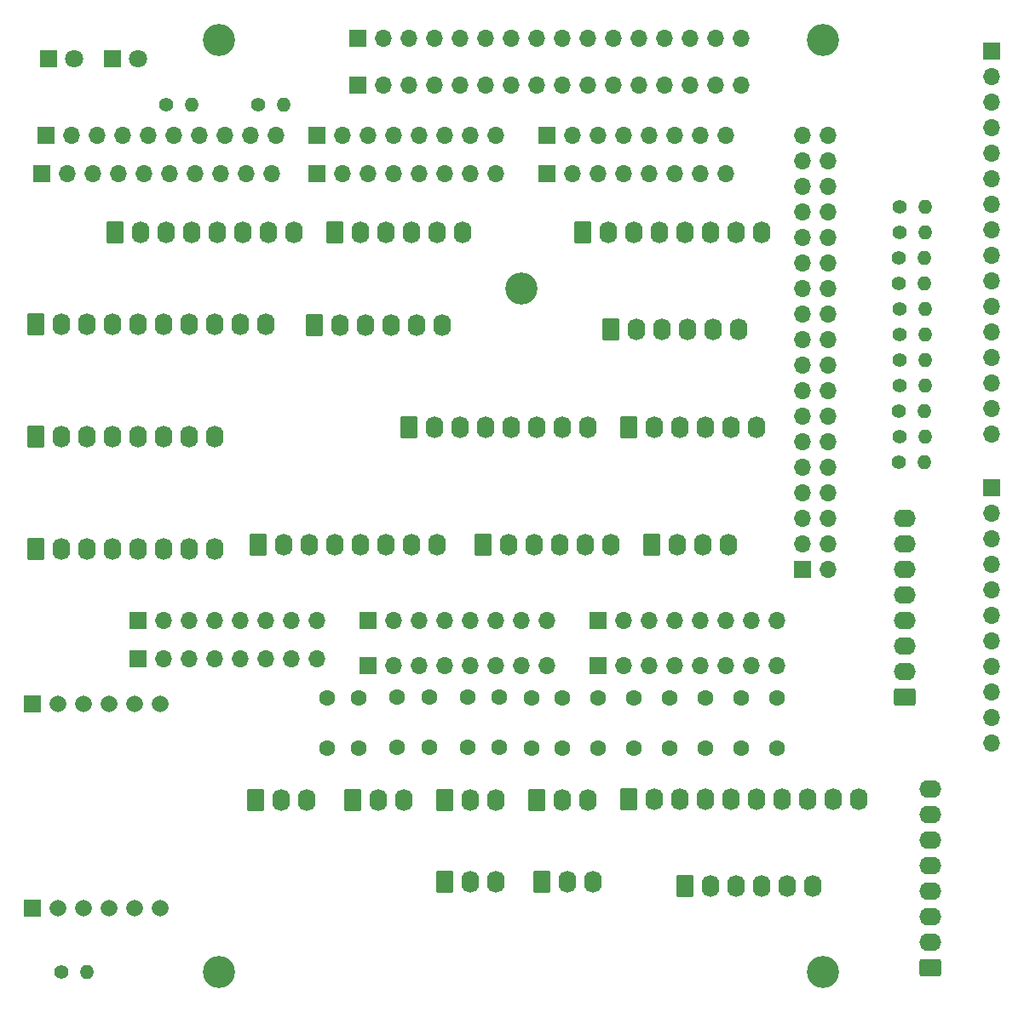
<source format=gbr>
%TF.GenerationSoftware,KiCad,Pcbnew,(6.0.7-1)-1*%
%TF.CreationDate,2023-11-05T09:43:18+10:00*%
%TF.ProjectId,Left Console Input,4c656674-2043-46f6-9e73-6f6c6520496e,rev?*%
%TF.SameCoordinates,Original*%
%TF.FileFunction,Soldermask,Bot*%
%TF.FilePolarity,Negative*%
%FSLAX46Y46*%
G04 Gerber Fmt 4.6, Leading zero omitted, Abs format (unit mm)*
G04 Created by KiCad (PCBNEW (6.0.7-1)-1) date 2023-11-05 09:43:18*
%MOMM*%
%LPD*%
G01*
G04 APERTURE LIST*
G04 Aperture macros list*
%AMRoundRect*
0 Rectangle with rounded corners*
0 $1 Rounding radius*
0 $2 $3 $4 $5 $6 $7 $8 $9 X,Y pos of 4 corners*
0 Add a 4 corners polygon primitive as box body*
4,1,4,$2,$3,$4,$5,$6,$7,$8,$9,$2,$3,0*
0 Add four circle primitives for the rounded corners*
1,1,$1+$1,$2,$3*
1,1,$1+$1,$4,$5*
1,1,$1+$1,$6,$7*
1,1,$1+$1,$8,$9*
0 Add four rect primitives between the rounded corners*
20,1,$1+$1,$2,$3,$4,$5,0*
20,1,$1+$1,$4,$5,$6,$7,0*
20,1,$1+$1,$6,$7,$8,$9,0*
20,1,$1+$1,$8,$9,$2,$3,0*%
G04 Aperture macros list end*
%ADD10R,1.700000X1.700000*%
%ADD11O,1.700000X1.700000*%
%ADD12C,1.400000*%
%ADD13O,1.400000X1.400000*%
%ADD14C,1.600000*%
%ADD15RoundRect,0.250000X-0.620000X-0.845000X0.620000X-0.845000X0.620000X0.845000X-0.620000X0.845000X0*%
%ADD16O,1.740000X2.190000*%
%ADD17C,3.200000*%
%ADD18RoundRect,0.250000X0.845000X-0.620000X0.845000X0.620000X-0.845000X0.620000X-0.845000X-0.620000X0*%
%ADD19O,2.190000X1.740000*%
%ADD20R,1.800000X1.800000*%
%ADD21C,1.800000*%
%ADD22R,1.665000X1.665000*%
%ADD23C,1.665000*%
G04 APERTURE END LIST*
D10*
%TO.C,J37*%
X193980000Y-92380000D03*
D11*
X196520000Y-92380000D03*
X193980000Y-89840000D03*
X196520000Y-89840000D03*
X193980000Y-87300000D03*
X196520000Y-87300000D03*
X193980000Y-84760000D03*
X196520000Y-84760000D03*
X193980000Y-82220000D03*
X196520000Y-82220000D03*
X193980000Y-79680000D03*
X196520000Y-79680000D03*
X193980000Y-77140000D03*
X196520000Y-77140000D03*
X193980000Y-74600000D03*
X196520000Y-74600000D03*
X193980000Y-72060000D03*
X196520000Y-72060000D03*
X193980000Y-69520000D03*
X196520000Y-69520000D03*
X193980000Y-66980000D03*
X196520000Y-66980000D03*
X193980000Y-64440000D03*
X196520000Y-64440000D03*
X193980000Y-61900000D03*
X196520000Y-61900000D03*
X193980000Y-59360000D03*
X196520000Y-59360000D03*
X193980000Y-56820000D03*
X196520000Y-56820000D03*
X193980000Y-54280000D03*
X196520000Y-54280000D03*
X193980000Y-51740000D03*
X196520000Y-51740000D03*
X193980000Y-49200000D03*
X196520000Y-49200000D03*
%TD*%
D10*
%TO.C,J34*%
X127940000Y-97460000D03*
D11*
X130480000Y-97460000D03*
X133020000Y-97460000D03*
X135560000Y-97460000D03*
X138100000Y-97460000D03*
X140640000Y-97460000D03*
X143180000Y-97460000D03*
X145720000Y-97460000D03*
%TD*%
D10*
%TO.C,J35*%
X150800000Y-97460000D03*
D11*
X153340000Y-97460000D03*
X155880000Y-97460000D03*
X158420000Y-97460000D03*
X160960000Y-97460000D03*
X163500000Y-97460000D03*
X166040000Y-97460000D03*
X168580000Y-97460000D03*
%TD*%
D10*
%TO.C,J36*%
X173660000Y-97460000D03*
D11*
X176200000Y-97460000D03*
X178740000Y-97460000D03*
X181280000Y-97460000D03*
X183820000Y-97460000D03*
X186360000Y-97460000D03*
X188900000Y-97460000D03*
X191440000Y-97460000D03*
%TD*%
D10*
%TO.C,J38*%
X118796000Y-49200000D03*
D11*
X121336000Y-49200000D03*
X123876000Y-49200000D03*
X126416000Y-49200000D03*
X128956000Y-49200000D03*
X131496000Y-49200000D03*
X134036000Y-49200000D03*
X136576000Y-49200000D03*
X139116000Y-49200000D03*
X141656000Y-49200000D03*
%TD*%
D10*
%TO.C,J39*%
X145720000Y-49200000D03*
D11*
X148260000Y-49200000D03*
X150800000Y-49200000D03*
X153340000Y-49200000D03*
X155880000Y-49200000D03*
X158420000Y-49200000D03*
X160960000Y-49200000D03*
X163500000Y-49200000D03*
%TD*%
D10*
%TO.C,J40*%
X168580000Y-49200000D03*
D11*
X171120000Y-49200000D03*
X173660000Y-49200000D03*
X176200000Y-49200000D03*
X178740000Y-49200000D03*
X181280000Y-49200000D03*
X183820000Y-49200000D03*
X186360000Y-49200000D03*
%TD*%
D12*
%TO.C,R5*%
X203632000Y-69012000D03*
D13*
X206172000Y-69012000D03*
%TD*%
D12*
%TO.C,R2*%
X130784000Y-46152000D03*
D13*
X133324000Y-46152000D03*
%TD*%
D14*
%TO.C,C7*%
X184368000Y-110120000D03*
X184368000Y-105120000D03*
%TD*%
%TO.C,C14*%
X146736000Y-105120000D03*
X146736000Y-110120000D03*
%TD*%
D12*
%TO.C,R7*%
X203632000Y-66472000D03*
D13*
X206172000Y-66472000D03*
%TD*%
D15*
%TO.C,J7*%
X149276000Y-115260000D03*
D16*
X151816000Y-115260000D03*
X154356000Y-115260000D03*
%TD*%
D12*
%TO.C,R14*%
X120325000Y-132385000D03*
D13*
X122865000Y-132385000D03*
%TD*%
D15*
%TO.C,J12*%
X158420000Y-115260000D03*
D16*
X160960000Y-115260000D03*
X163500000Y-115260000D03*
%TD*%
D10*
%TO.C,J32*%
X149784000Y-44198000D03*
D11*
X152324000Y-44198000D03*
X154864000Y-44198000D03*
X157404000Y-44198000D03*
X159944000Y-44198000D03*
X162484000Y-44198000D03*
X165024000Y-44198000D03*
X167564000Y-44198000D03*
X170104000Y-44198000D03*
X172644000Y-44198000D03*
X175184000Y-44198000D03*
X177724000Y-44198000D03*
X180264000Y-44198000D03*
X182804000Y-44198000D03*
X185344000Y-44198000D03*
X187884000Y-44198000D03*
%TD*%
D14*
%TO.C,C3*%
X191480000Y-105120000D03*
X191480000Y-110120000D03*
%TD*%
D10*
%TO.C,J30*%
X173660000Y-101905000D03*
D11*
X176200000Y-101905000D03*
X178740000Y-101905000D03*
X181280000Y-101905000D03*
X183820000Y-101905000D03*
X186360000Y-101905000D03*
X188900000Y-101905000D03*
X191440000Y-101905000D03*
%TD*%
D15*
%TO.C,J8*%
X162230000Y-89860000D03*
D16*
X164770000Y-89860000D03*
X167310000Y-89860000D03*
X169850000Y-89860000D03*
X172390000Y-89860000D03*
X174930000Y-89860000D03*
%TD*%
D10*
%TO.C,J24*%
X212776000Y-40818000D03*
D11*
X212776000Y-43358000D03*
X212776000Y-45898000D03*
X212776000Y-48438000D03*
X212776000Y-50978000D03*
X212776000Y-53518000D03*
X212776000Y-56058000D03*
X212776000Y-58598000D03*
X212776000Y-61138000D03*
X212776000Y-63678000D03*
X212776000Y-66218000D03*
X212776000Y-68758000D03*
X212776000Y-71298000D03*
X212776000Y-73838000D03*
X212776000Y-76378000D03*
X212776000Y-78918000D03*
%TD*%
D15*
%TO.C,J2*%
X182296000Y-123876000D03*
D16*
X184836000Y-123876000D03*
X187376000Y-123876000D03*
X189916000Y-123876000D03*
X192456000Y-123876000D03*
X194996000Y-123876000D03*
%TD*%
D14*
%TO.C,C11*%
X177216000Y-105120000D03*
X177216000Y-110120000D03*
%TD*%
D17*
%TO.C,H2*%
X196020000Y-132385000D03*
%TD*%
D15*
%TO.C,J22*%
X125654000Y-58852000D03*
D16*
X128194000Y-58852000D03*
X130734000Y-58852000D03*
X133274000Y-58852000D03*
X135814000Y-58852000D03*
X138354000Y-58852000D03*
X140894000Y-58852000D03*
X143434000Y-58852000D03*
%TD*%
D15*
%TO.C,J3*%
X117780000Y-67996000D03*
D16*
X120320000Y-67996000D03*
X122860000Y-67996000D03*
X125400000Y-67996000D03*
X127940000Y-67996000D03*
X130480000Y-67996000D03*
X133020000Y-67996000D03*
X135560000Y-67996000D03*
X138100000Y-67996000D03*
X140640000Y-67996000D03*
%TD*%
D14*
%TO.C,C6*%
X160706000Y-105080000D03*
X160706000Y-110080000D03*
%TD*%
D15*
%TO.C,J9*%
X178994000Y-89860000D03*
D16*
X181534000Y-89860000D03*
X184074000Y-89860000D03*
X186614000Y-89860000D03*
%TD*%
D15*
%TO.C,J4*%
X168072000Y-123388000D03*
D16*
X170612000Y-123388000D03*
X173152000Y-123388000D03*
%TD*%
D15*
%TO.C,J11*%
X145466000Y-68016000D03*
D16*
X148006000Y-68016000D03*
X150546000Y-68016000D03*
X153086000Y-68016000D03*
X155626000Y-68016000D03*
X158166000Y-68016000D03*
%TD*%
D14*
%TO.C,C8*%
X156896000Y-105080000D03*
X156896000Y-110080000D03*
%TD*%
D12*
%TO.C,R10*%
X203582000Y-61392000D03*
D13*
X206122000Y-61392000D03*
%TD*%
D14*
%TO.C,C2*%
X167056000Y-105120000D03*
X167056000Y-110120000D03*
%TD*%
D15*
%TO.C,J18*%
X176708000Y-78176000D03*
D16*
X179248000Y-78176000D03*
X181788000Y-78176000D03*
X184328000Y-78176000D03*
X186868000Y-78176000D03*
X189408000Y-78176000D03*
%TD*%
D10*
%TO.C,J33*%
X127940000Y-101270000D03*
D11*
X130480000Y-101270000D03*
X133020000Y-101270000D03*
X135560000Y-101270000D03*
X138100000Y-101270000D03*
X140640000Y-101270000D03*
X143180000Y-101270000D03*
X145720000Y-101270000D03*
%TD*%
D14*
%TO.C,C1*%
X170104000Y-105120000D03*
X170104000Y-110120000D03*
%TD*%
D12*
%TO.C,R8*%
X203632000Y-56312000D03*
D13*
X206172000Y-56312000D03*
%TD*%
D15*
%TO.C,J10*%
X167564000Y-115260000D03*
D16*
X170104000Y-115260000D03*
X172644000Y-115260000D03*
%TD*%
D12*
%TO.C,R11*%
X203582000Y-81712000D03*
D13*
X206122000Y-81712000D03*
%TD*%
D14*
%TO.C,C5*%
X187924000Y-105120000D03*
X187924000Y-110120000D03*
%TD*%
D18*
%TO.C,J20*%
X204140000Y-105080000D03*
D19*
X204140000Y-102540000D03*
X204140000Y-100000000D03*
X204140000Y-97460000D03*
X204140000Y-94920000D03*
X204140000Y-92380000D03*
X204140000Y-89840000D03*
X204140000Y-87300000D03*
%TD*%
D15*
%TO.C,J14*%
X174930000Y-68504000D03*
D16*
X177470000Y-68504000D03*
X180010000Y-68504000D03*
X182550000Y-68504000D03*
X185090000Y-68504000D03*
X187630000Y-68504000D03*
%TD*%
D14*
%TO.C,C9*%
X180772000Y-105120000D03*
X180772000Y-110120000D03*
%TD*%
D15*
%TO.C,J21*%
X117780000Y-90348000D03*
D16*
X120320000Y-90348000D03*
X122860000Y-90348000D03*
X125400000Y-90348000D03*
X127940000Y-90348000D03*
X130480000Y-90348000D03*
X133020000Y-90348000D03*
X135560000Y-90348000D03*
%TD*%
D18*
%TO.C,J19*%
X206680000Y-132004000D03*
D19*
X206680000Y-129464000D03*
X206680000Y-126924000D03*
X206680000Y-124384000D03*
X206680000Y-121844000D03*
X206680000Y-119304000D03*
X206680000Y-116764000D03*
X206680000Y-114224000D03*
%TD*%
D14*
%TO.C,C12*%
X149911000Y-105120000D03*
X149911000Y-110120000D03*
%TD*%
D12*
%TO.C,R3*%
X203632000Y-58852000D03*
D13*
X206172000Y-58852000D03*
%TD*%
D15*
%TO.C,J17*%
X154864000Y-78176000D03*
D16*
X157404000Y-78176000D03*
X159944000Y-78176000D03*
X162484000Y-78176000D03*
X165024000Y-78176000D03*
X167564000Y-78176000D03*
X170104000Y-78176000D03*
X172644000Y-78176000D03*
%TD*%
D17*
%TO.C,H3*%
X196020000Y-39675000D03*
%TD*%
D10*
%TO.C,J28*%
X168580000Y-53010000D03*
D11*
X171120000Y-53010000D03*
X173660000Y-53010000D03*
X176200000Y-53010000D03*
X178740000Y-53010000D03*
X181280000Y-53010000D03*
X183820000Y-53010000D03*
X186360000Y-53010000D03*
%TD*%
D15*
%TO.C,J16*%
X139878000Y-89860000D03*
D16*
X142418000Y-89860000D03*
X144958000Y-89860000D03*
X147498000Y-89860000D03*
X150038000Y-89860000D03*
X152578000Y-89860000D03*
X155118000Y-89860000D03*
X157658000Y-89860000D03*
%TD*%
D15*
%TO.C,J15*%
X176708000Y-115240000D03*
D16*
X179248000Y-115240000D03*
X181788000Y-115240000D03*
X184328000Y-115240000D03*
X186868000Y-115240000D03*
X189408000Y-115240000D03*
X191948000Y-115240000D03*
X194488000Y-115240000D03*
X197028000Y-115240000D03*
X199568000Y-115240000D03*
%TD*%
D15*
%TO.C,J23*%
X147498000Y-58852000D03*
D16*
X150038000Y-58852000D03*
X152578000Y-58852000D03*
X155118000Y-58852000D03*
X157658000Y-58852000D03*
X160198000Y-58852000D03*
%TD*%
D14*
%TO.C,C4*%
X163881000Y-105080000D03*
X163881000Y-110080000D03*
%TD*%
D12*
%TO.C,R4*%
X203582000Y-63932000D03*
D13*
X206122000Y-63932000D03*
%TD*%
D15*
%TO.C,J13*%
X172136000Y-58852000D03*
D16*
X174676000Y-58852000D03*
X177216000Y-58852000D03*
X179756000Y-58852000D03*
X182296000Y-58852000D03*
X184836000Y-58852000D03*
X187376000Y-58852000D03*
X189916000Y-58852000D03*
%TD*%
D10*
%TO.C,J27*%
X145720000Y-53010000D03*
D11*
X148260000Y-53010000D03*
X150800000Y-53010000D03*
X153340000Y-53010000D03*
X155880000Y-53010000D03*
X158420000Y-53010000D03*
X160960000Y-53010000D03*
X163500000Y-53010000D03*
%TD*%
D10*
%TO.C,J29*%
X150800000Y-101905000D03*
D11*
X153340000Y-101905000D03*
X155880000Y-101905000D03*
X158420000Y-101905000D03*
X160960000Y-101905000D03*
X163500000Y-101905000D03*
X166040000Y-101905000D03*
X168580000Y-101905000D03*
%TD*%
D15*
%TO.C,J6*%
X139624000Y-115260000D03*
D16*
X142164000Y-115260000D03*
X144704000Y-115260000D03*
%TD*%
D14*
%TO.C,C13*%
X173660000Y-105120000D03*
X173660000Y-110120000D03*
%TD*%
D12*
%TO.C,R9*%
X203632000Y-74092000D03*
D13*
X206172000Y-74092000D03*
%TD*%
D12*
%TO.C,R6*%
X203632000Y-71552000D03*
D13*
X206172000Y-71552000D03*
%TD*%
D20*
%TO.C,D1*%
X125395000Y-41580000D03*
D21*
X127935000Y-41580000D03*
%TD*%
D12*
%TO.C,R12*%
X203632000Y-79172000D03*
D13*
X206172000Y-79172000D03*
%TD*%
D12*
%TO.C,R1*%
X139928000Y-46152000D03*
D13*
X142468000Y-46152000D03*
%TD*%
D15*
%TO.C,J1*%
X117780000Y-79172000D03*
D16*
X120320000Y-79172000D03*
X122860000Y-79172000D03*
X125400000Y-79172000D03*
X127940000Y-79172000D03*
X130480000Y-79172000D03*
X133020000Y-79172000D03*
X135560000Y-79172000D03*
%TD*%
D10*
%TO.C,J25*%
X212776000Y-84252000D03*
D11*
X212776000Y-86792000D03*
X212776000Y-89332000D03*
X212776000Y-91872000D03*
X212776000Y-94412000D03*
X212776000Y-96952000D03*
X212776000Y-99492000D03*
X212776000Y-102032000D03*
X212776000Y-104572000D03*
X212776000Y-107112000D03*
X212776000Y-109652000D03*
%TD*%
D17*
%TO.C,MH1*%
X166040000Y-64440000D03*
%TD*%
D22*
%TO.C,U1*%
X117495000Y-126035000D03*
D23*
X120035000Y-126035000D03*
X122575000Y-126035000D03*
X125115000Y-126035000D03*
X127655000Y-126035000D03*
X130195000Y-126035000D03*
D22*
X117495000Y-105715000D03*
D23*
X120035000Y-105715000D03*
X122575000Y-105715000D03*
X125115000Y-105715000D03*
X127655000Y-105715000D03*
X130195000Y-105715000D03*
%TD*%
D10*
%TO.C,J26*%
X118415000Y-53010000D03*
D11*
X120955000Y-53010000D03*
X123495000Y-53010000D03*
X126035000Y-53010000D03*
X128575000Y-53010000D03*
X131115000Y-53010000D03*
X133655000Y-53010000D03*
X136195000Y-53010000D03*
X138735000Y-53010000D03*
X141275000Y-53010000D03*
%TD*%
D17*
%TO.C,H1*%
X136020000Y-132385000D03*
%TD*%
D15*
%TO.C,J5*%
X158420000Y-123388000D03*
D16*
X160960000Y-123388000D03*
X163500000Y-123388000D03*
%TD*%
D14*
%TO.C,C10*%
X153721000Y-105080000D03*
X153721000Y-110080000D03*
%TD*%
D10*
%TO.C,J31*%
X149784000Y-39548000D03*
D11*
X152324000Y-39548000D03*
X154864000Y-39548000D03*
X157404000Y-39548000D03*
X159944000Y-39548000D03*
X162484000Y-39548000D03*
X165024000Y-39548000D03*
X167564000Y-39548000D03*
X170104000Y-39548000D03*
X172644000Y-39548000D03*
X175184000Y-39548000D03*
X177724000Y-39548000D03*
X180264000Y-39548000D03*
X182804000Y-39548000D03*
X185344000Y-39548000D03*
X187884000Y-39548000D03*
%TD*%
D20*
%TO.C,D2*%
X119045000Y-41580000D03*
D21*
X121585000Y-41580000D03*
%TD*%
D17*
%TO.C,H4*%
X136020000Y-39675000D03*
%TD*%
D12*
%TO.C,R13*%
X203582000Y-76632000D03*
D13*
X206122000Y-76632000D03*
%TD*%
M02*

</source>
